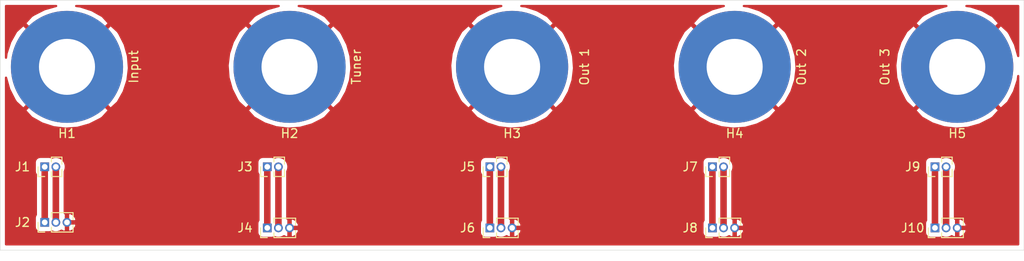
<source format=kicad_pcb>
(kicad_pcb (version 20171130) (host pcbnew "(5.1.0-0)")

  (general
    (thickness 1.6)
    (drawings 4)
    (tracks 10)
    (zones 0)
    (modules 15)
    (nets 12)
  )

  (page A4)
  (layers
    (0 F.Cu signal)
    (31 B.Cu signal)
    (32 B.Adhes user)
    (33 F.Adhes user)
    (34 B.Paste user)
    (35 F.Paste user)
    (36 B.SilkS user)
    (37 F.SilkS user)
    (38 B.Mask user)
    (39 F.Mask user)
    (40 Dwgs.User user)
    (41 Cmts.User user)
    (42 Eco1.User user)
    (43 Eco2.User user)
    (44 Edge.Cuts user)
    (45 Margin user)
    (46 B.CrtYd user)
    (47 F.CrtYd user)
    (48 B.Fab user)
    (49 F.Fab user)
  )

  (setup
    (last_trace_width 0.75)
    (user_trace_width 0.75)
    (trace_clearance 0.2)
    (zone_clearance 0.508)
    (zone_45_only no)
    (trace_min 0.2)
    (via_size 0.8)
    (via_drill 0.4)
    (via_min_size 0.4)
    (via_min_drill 0.3)
    (uvia_size 0.3)
    (uvia_drill 0.1)
    (uvias_allowed no)
    (uvia_min_size 0.2)
    (uvia_min_drill 0.1)
    (edge_width 0.05)
    (segment_width 0.2)
    (pcb_text_width 0.3)
    (pcb_text_size 1.5 1.5)
    (mod_edge_width 0.12)
    (mod_text_size 1 1)
    (mod_text_width 0.15)
    (pad_size 1.524 1.524)
    (pad_drill 0.762)
    (pad_to_mask_clearance 0.051)
    (solder_mask_min_width 0.25)
    (aux_axis_origin 0 0)
    (visible_elements FFFFFF7F)
    (pcbplotparams
      (layerselection 0x010fc_ffffffff)
      (usegerberextensions false)
      (usegerberattributes false)
      (usegerberadvancedattributes false)
      (creategerberjobfile false)
      (excludeedgelayer true)
      (linewidth 0.100000)
      (plotframeref false)
      (viasonmask false)
      (mode 1)
      (useauxorigin false)
      (hpglpennumber 1)
      (hpglpenspeed 20)
      (hpglpendiameter 15.000000)
      (psnegative false)
      (psa4output false)
      (plotreference true)
      (plotvalue true)
      (plotinvisibletext false)
      (padsonsilk false)
      (subtractmaskfromsilk false)
      (outputformat 1)
      (mirror false)
      (drillshape 0)
      (scaleselection 1)
      (outputdirectory "gerbers/"))
  )

  (net 0 "")
  (net 1 GND)
  (net 2 "Net-(J1-Pad2)")
  (net 3 "Net-(J1-Pad1)")
  (net 4 "Net-(J3-Pad2)")
  (net 5 "Net-(J3-Pad1)")
  (net 6 "Net-(J5-Pad2)")
  (net 7 "Net-(J5-Pad1)")
  (net 8 "Net-(J7-Pad2)")
  (net 9 "Net-(J7-Pad1)")
  (net 10 "Net-(J10-Pad2)")
  (net 11 "Net-(J10-Pad1)")

  (net_class Default "This is the default net class."
    (clearance 0.2)
    (trace_width 0.25)
    (via_dia 0.8)
    (via_drill 0.4)
    (uvia_dia 0.3)
    (uvia_drill 0.1)
    (add_net GND)
    (add_net "Net-(J1-Pad1)")
    (add_net "Net-(J1-Pad2)")
    (add_net "Net-(J10-Pad1)")
    (add_net "Net-(J10-Pad2)")
    (add_net "Net-(J3-Pad1)")
    (add_net "Net-(J3-Pad2)")
    (add_net "Net-(J5-Pad1)")
    (add_net "Net-(J5-Pad2)")
    (add_net "Net-(J7-Pad1)")
    (add_net "Net-(J7-Pad2)")
  )

  (module Connector_PinHeader_1.27mm:PinHeader_1x03_P1.27mm_Vertical (layer F.Cu) (tedit 59FED6E3) (tstamp 5C8F5F7F)
    (at 200.66 120.015 90)
    (descr "Through hole straight pin header, 1x03, 1.27mm pitch, single row")
    (tags "Through hole pin header THT 1x03 1.27mm single row")
    (path /5C90DB58)
    (fp_text reference J10 (at 0 -2.54 180) (layer F.SilkS)
      (effects (font (size 1 1) (thickness 0.15)))
    )
    (fp_text value "Out 3" (at 0 6.35 90) (layer F.Fab)
      (effects (font (size 1 1) (thickness 0.15)))
    )
    (fp_text user %R (at -2.96 1.27 180) (layer F.Fab)
      (effects (font (size 1 1) (thickness 0.15)))
    )
    (fp_line (start 1.55 -1.15) (end -1.55 -1.15) (layer F.CrtYd) (width 0.05))
    (fp_line (start 1.55 3.7) (end 1.55 -1.15) (layer F.CrtYd) (width 0.05))
    (fp_line (start -1.55 3.7) (end 1.55 3.7) (layer F.CrtYd) (width 0.05))
    (fp_line (start -1.55 -1.15) (end -1.55 3.7) (layer F.CrtYd) (width 0.05))
    (fp_line (start -1.11 -0.76) (end 0 -0.76) (layer F.SilkS) (width 0.12))
    (fp_line (start -1.11 0) (end -1.11 -0.76) (layer F.SilkS) (width 0.12))
    (fp_line (start 0.563471 0.76) (end 1.11 0.76) (layer F.SilkS) (width 0.12))
    (fp_line (start -1.11 0.76) (end -0.563471 0.76) (layer F.SilkS) (width 0.12))
    (fp_line (start 1.11 0.76) (end 1.11 3.235) (layer F.SilkS) (width 0.12))
    (fp_line (start -1.11 0.76) (end -1.11 3.235) (layer F.SilkS) (width 0.12))
    (fp_line (start 0.30753 3.235) (end 1.11 3.235) (layer F.SilkS) (width 0.12))
    (fp_line (start -1.11 3.235) (end -0.30753 3.235) (layer F.SilkS) (width 0.12))
    (fp_line (start -1.05 -0.11) (end -0.525 -0.635) (layer F.Fab) (width 0.1))
    (fp_line (start -1.05 3.175) (end -1.05 -0.11) (layer F.Fab) (width 0.1))
    (fp_line (start 1.05 3.175) (end -1.05 3.175) (layer F.Fab) (width 0.1))
    (fp_line (start 1.05 -0.635) (end 1.05 3.175) (layer F.Fab) (width 0.1))
    (fp_line (start -0.525 -0.635) (end 1.05 -0.635) (layer F.Fab) (width 0.1))
    (pad 3 thru_hole oval (at 0 2.54 90) (size 1 1) (drill 0.65) (layers *.Cu *.Mask)
      (net 1 GND))
    (pad 2 thru_hole oval (at 0 1.27 90) (size 1 1) (drill 0.65) (layers *.Cu *.Mask)
      (net 10 "Net-(J10-Pad2)"))
    (pad 1 thru_hole rect (at 0 0 90) (size 1 1) (drill 0.65) (layers *.Cu *.Mask)
      (net 11 "Net-(J10-Pad1)"))
    (model ${KISYS3DMOD}/Connector_PinHeader_1.27mm.3dshapes/PinHeader_1x03_P1.27mm_Vertical.wrl
      (at (xyz 0 0 0))
      (scale (xyz 1 1 1))
      (rotate (xyz 0 0 0))
    )
  )

  (module MountingHole:MountingHole_6.4mm_M6_Pad (layer F.Cu) (tedit 56D1B4CB) (tstamp 5C8F61FE)
    (at 177.8 101.6)
    (descr "Mounting Hole 6.4mm, M6")
    (tags "mounting hole 6.4mm m6")
    (path /5C8F1B90)
    (attr virtual)
    (fp_text reference H4 (at 0 7.62) (layer F.SilkS)
      (effects (font (size 1 1) (thickness 0.15)))
    )
    (fp_text value "Out 2" (at 7.62 0 90) (layer F.SilkS)
      (effects (font (size 1 1) (thickness 0.15)))
    )
    (fp_circle (center 0 0) (end 6.65 0) (layer F.CrtYd) (width 0.05))
    (fp_circle (center 0 0) (end 6.4 0) (layer Cmts.User) (width 0.15))
    (fp_text user %R (at 0.3 0) (layer F.Fab)
      (effects (font (size 1 1) (thickness 0.15)))
    )
    (pad 1 thru_hole circle (at 0 0) (size 12.8 12.8) (drill 6.4) (layers *.Cu *.Mask)
      (net 1 GND))
  )

  (module MountingHole:MountingHole_6.4mm_M6_Pad (layer F.Cu) (tedit 56D1B4CB) (tstamp 5C8F61F6)
    (at 152.4 101.6)
    (descr "Mounting Hole 6.4mm, M6")
    (tags "mounting hole 6.4mm m6")
    (path /5C8F1587)
    (attr virtual)
    (fp_text reference H3 (at 0 7.62) (layer F.SilkS)
      (effects (font (size 1 1) (thickness 0.15)))
    )
    (fp_text value "Out 1" (at 8.255 0 90) (layer F.SilkS)
      (effects (font (size 1 1) (thickness 0.15)))
    )
    (fp_circle (center 0 0) (end 6.65 0) (layer F.CrtYd) (width 0.05))
    (fp_circle (center 0 0) (end 6.4 0) (layer Cmts.User) (width 0.15))
    (fp_text user %R (at 0.3 0) (layer F.Fab)
      (effects (font (size 1 1) (thickness 0.15)))
    )
    (pad 1 thru_hole circle (at 0 0) (size 12.8 12.8) (drill 6.4) (layers *.Cu *.Mask)
      (net 1 GND))
  )

  (module MountingHole:MountingHole_6.4mm_M6_Pad (layer F.Cu) (tedit 56D1B4CB) (tstamp 5C8F61EE)
    (at 127 101.6)
    (descr "Mounting Hole 6.4mm, M6")
    (tags "mounting hole 6.4mm m6")
    (path /5C8F0DB6)
    (attr virtual)
    (fp_text reference H2 (at 0 7.62) (layer F.SilkS)
      (effects (font (size 1 1) (thickness 0.15)))
    )
    (fp_text value Tuner (at 7.62 0 90) (layer F.SilkS)
      (effects (font (size 1 1) (thickness 0.15)))
    )
    (fp_circle (center 0 0) (end 6.65 0) (layer F.CrtYd) (width 0.05))
    (fp_circle (center 0 0) (end 6.4 0) (layer Cmts.User) (width 0.15))
    (fp_text user %R (at 0.3 0) (layer F.Fab)
      (effects (font (size 1 1) (thickness 0.15)))
    )
    (pad 1 thru_hole circle (at 0 0) (size 12.8 12.8) (drill 6.4) (layers *.Cu *.Mask)
      (net 1 GND))
  )

  (module MountingHole:MountingHole_6.4mm_M6_Pad (layer F.Cu) (tedit 56D1B4CB) (tstamp 5C8F61E6)
    (at 101.6 101.6)
    (descr "Mounting Hole 6.4mm, M6")
    (tags "mounting hole 6.4mm m6")
    (path /5C8F0BA1)
    (attr virtual)
    (fp_text reference H1 (at 0 7.62) (layer F.SilkS)
      (effects (font (size 1 1) (thickness 0.15)))
    )
    (fp_text value Input (at 7.62 0 90) (layer F.SilkS)
      (effects (font (size 1 1) (thickness 0.15)))
    )
    (fp_circle (center 0 0) (end 6.65 0) (layer F.CrtYd) (width 0.05))
    (fp_circle (center 0 0) (end 6.4 0) (layer Cmts.User) (width 0.15))
    (fp_text user %R (at 0.3 0) (layer F.Fab)
      (effects (font (size 1 1) (thickness 0.15)))
    )
    (pad 1 thru_hole circle (at 0 0) (size 12.8 12.8) (drill 6.4) (layers *.Cu *.Mask)
      (net 1 GND))
  )

  (module Connector_PinHeader_1.27mm:PinHeader_1x02_P1.27mm_Vertical (layer F.Cu) (tedit 59FED6E3) (tstamp 5C8F5F66)
    (at 200.66 113.03 90)
    (descr "Through hole straight pin header, 1x02, 1.27mm pitch, single row")
    (tags "Through hole pin header THT 1x02 1.27mm single row")
    (path /5C90E31A)
    (fp_text reference J9 (at 0 -2.54 180) (layer F.SilkS)
      (effects (font (size 1 1) (thickness 0.15)))
    )
    (fp_text value Conn_01x02 (at -3.81 1.27 180) (layer F.Fab)
      (effects (font (size 1 1) (thickness 0.15)))
    )
    (fp_text user %R (at 0 0.635 270) (layer F.Fab)
      (effects (font (size 1 1) (thickness 0.15)))
    )
    (fp_line (start 1.55 -1.15) (end -1.55 -1.15) (layer F.CrtYd) (width 0.05))
    (fp_line (start 1.55 2.45) (end 1.55 -1.15) (layer F.CrtYd) (width 0.05))
    (fp_line (start -1.55 2.45) (end 1.55 2.45) (layer F.CrtYd) (width 0.05))
    (fp_line (start -1.55 -1.15) (end -1.55 2.45) (layer F.CrtYd) (width 0.05))
    (fp_line (start -1.11 -0.76) (end 0 -0.76) (layer F.SilkS) (width 0.12))
    (fp_line (start -1.11 0) (end -1.11 -0.76) (layer F.SilkS) (width 0.12))
    (fp_line (start 0.563471 0.76) (end 1.11 0.76) (layer F.SilkS) (width 0.12))
    (fp_line (start -1.11 0.76) (end -0.563471 0.76) (layer F.SilkS) (width 0.12))
    (fp_line (start 1.11 0.76) (end 1.11 1.965) (layer F.SilkS) (width 0.12))
    (fp_line (start -1.11 0.76) (end -1.11 1.965) (layer F.SilkS) (width 0.12))
    (fp_line (start 0.30753 1.965) (end 1.11 1.965) (layer F.SilkS) (width 0.12))
    (fp_line (start -1.11 1.965) (end -0.30753 1.965) (layer F.SilkS) (width 0.12))
    (fp_line (start -1.05 -0.11) (end -0.525 -0.635) (layer F.Fab) (width 0.1))
    (fp_line (start -1.05 1.905) (end -1.05 -0.11) (layer F.Fab) (width 0.1))
    (fp_line (start 1.05 1.905) (end -1.05 1.905) (layer F.Fab) (width 0.1))
    (fp_line (start 1.05 -0.635) (end 1.05 1.905) (layer F.Fab) (width 0.1))
    (fp_line (start -0.525 -0.635) (end 1.05 -0.635) (layer F.Fab) (width 0.1))
    (pad 2 thru_hole oval (at 0 1.27 90) (size 1 1) (drill 0.65) (layers *.Cu *.Mask)
      (net 10 "Net-(J10-Pad2)"))
    (pad 1 thru_hole rect (at 0 0 90) (size 1 1) (drill 0.65) (layers *.Cu *.Mask)
      (net 11 "Net-(J10-Pad1)"))
    (model ${KISYS3DMOD}/Connector_PinHeader_1.27mm.3dshapes/PinHeader_1x02_P1.27mm_Vertical.wrl
      (at (xyz 0 0 0))
      (scale (xyz 1 1 1))
      (rotate (xyz 0 0 0))
    )
  )

  (module MountingHole:MountingHole_6.4mm_M6_Pad (layer F.Cu) (tedit 56D1B4CB) (tstamp 5C8F5E36)
    (at 203.2 101.6)
    (descr "Mounting Hole 6.4mm, M6")
    (tags "mounting hole 6.4mm m6")
    (path /5C90C6BD)
    (attr virtual)
    (fp_text reference H5 (at 0 7.62) (layer F.SilkS)
      (effects (font (size 1 1) (thickness 0.15)))
    )
    (fp_text value "Out 3" (at -8.255 0 270) (layer F.SilkS)
      (effects (font (size 1 1) (thickness 0.15)))
    )
    (fp_circle (center 0 0) (end 6.65 0) (layer F.CrtYd) (width 0.05))
    (fp_circle (center 0 0) (end 6.4 0) (layer Cmts.User) (width 0.15))
    (fp_text user %R (at 0.3 0) (layer F.Fab)
      (effects (font (size 1 1) (thickness 0.15)))
    )
    (pad 1 thru_hole circle (at 0 0) (size 12.8 12.8) (drill 6.4) (layers *.Cu *.Mask)
      (net 1 GND))
  )

  (module Connector_PinHeader_1.27mm:PinHeader_1x03_P1.27mm_Vertical (layer F.Cu) (tedit 59FED6E3) (tstamp 5C8F531F)
    (at 175.26 120.015 90)
    (descr "Through hole straight pin header, 1x03, 1.27mm pitch, single row")
    (tags "Through hole pin header THT 1x03 1.27mm single row")
    (path /5C8F5190)
    (fp_text reference J8 (at 0 -2.54 180) (layer F.SilkS)
      (effects (font (size 1 1) (thickness 0.15)))
    )
    (fp_text value "Out 2" (at 0 6.35 180) (layer F.Fab)
      (effects (font (size 1 1) (thickness 0.15)))
    )
    (fp_text user %R (at 0 1.27 180) (layer F.Fab)
      (effects (font (size 1 1) (thickness 0.15)))
    )
    (fp_line (start 1.55 -1.15) (end -1.55 -1.15) (layer F.CrtYd) (width 0.05))
    (fp_line (start 1.55 3.7) (end 1.55 -1.15) (layer F.CrtYd) (width 0.05))
    (fp_line (start -1.55 3.7) (end 1.55 3.7) (layer F.CrtYd) (width 0.05))
    (fp_line (start -1.55 -1.15) (end -1.55 3.7) (layer F.CrtYd) (width 0.05))
    (fp_line (start -1.11 -0.76) (end 0 -0.76) (layer F.SilkS) (width 0.12))
    (fp_line (start -1.11 0) (end -1.11 -0.76) (layer F.SilkS) (width 0.12))
    (fp_line (start 0.563471 0.76) (end 1.11 0.76) (layer F.SilkS) (width 0.12))
    (fp_line (start -1.11 0.76) (end -0.563471 0.76) (layer F.SilkS) (width 0.12))
    (fp_line (start 1.11 0.76) (end 1.11 3.235) (layer F.SilkS) (width 0.12))
    (fp_line (start -1.11 0.76) (end -1.11 3.235) (layer F.SilkS) (width 0.12))
    (fp_line (start 0.30753 3.235) (end 1.11 3.235) (layer F.SilkS) (width 0.12))
    (fp_line (start -1.11 3.235) (end -0.30753 3.235) (layer F.SilkS) (width 0.12))
    (fp_line (start -1.05 -0.11) (end -0.525 -0.635) (layer F.Fab) (width 0.1))
    (fp_line (start -1.05 3.175) (end -1.05 -0.11) (layer F.Fab) (width 0.1))
    (fp_line (start 1.05 3.175) (end -1.05 3.175) (layer F.Fab) (width 0.1))
    (fp_line (start 1.05 -0.635) (end 1.05 3.175) (layer F.Fab) (width 0.1))
    (fp_line (start -0.525 -0.635) (end 1.05 -0.635) (layer F.Fab) (width 0.1))
    (pad 3 thru_hole oval (at 0 2.54 90) (size 1 1) (drill 0.65) (layers *.Cu *.Mask)
      (net 1 GND))
    (pad 2 thru_hole oval (at 0 1.27 90) (size 1 1) (drill 0.65) (layers *.Cu *.Mask)
      (net 8 "Net-(J7-Pad2)"))
    (pad 1 thru_hole rect (at 0 0 90) (size 1 1) (drill 0.65) (layers *.Cu *.Mask)
      (net 9 "Net-(J7-Pad1)"))
    (model ${KISYS3DMOD}/Connector_PinHeader_1.27mm.3dshapes/PinHeader_1x03_P1.27mm_Vertical.wrl
      (at (xyz 0 0 0))
      (scale (xyz 1 1 1))
      (rotate (xyz 0 0 0))
    )
  )

  (module Connector_PinHeader_1.27mm:PinHeader_1x02_P1.27mm_Vertical (layer F.Cu) (tedit 59FED6E3) (tstamp 5C8F54CA)
    (at 175.26 113.03 90)
    (descr "Through hole straight pin header, 1x02, 1.27mm pitch, single row")
    (tags "Through hole pin header THT 1x02 1.27mm single row")
    (path /5C8FC1EE)
    (fp_text reference J7 (at 0 -2.54 180) (layer F.SilkS)
      (effects (font (size 1 1) (thickness 0.15)))
    )
    (fp_text value Conn_01x02 (at -5.08 0.635 180) (layer F.Fab) hide
      (effects (font (size 1 1) (thickness 0.15)))
    )
    (fp_text user %R (at 0 0.635 270) (layer F.Fab)
      (effects (font (size 1 1) (thickness 0.15)))
    )
    (fp_line (start 1.55 -1.15) (end -1.55 -1.15) (layer F.CrtYd) (width 0.05))
    (fp_line (start 1.55 2.45) (end 1.55 -1.15) (layer F.CrtYd) (width 0.05))
    (fp_line (start -1.55 2.45) (end 1.55 2.45) (layer F.CrtYd) (width 0.05))
    (fp_line (start -1.55 -1.15) (end -1.55 2.45) (layer F.CrtYd) (width 0.05))
    (fp_line (start -1.11 -0.76) (end 0 -0.76) (layer F.SilkS) (width 0.12))
    (fp_line (start -1.11 0) (end -1.11 -0.76) (layer F.SilkS) (width 0.12))
    (fp_line (start 0.563471 0.76) (end 1.11 0.76) (layer F.SilkS) (width 0.12))
    (fp_line (start -1.11 0.76) (end -0.563471 0.76) (layer F.SilkS) (width 0.12))
    (fp_line (start 1.11 0.76) (end 1.11 1.965) (layer F.SilkS) (width 0.12))
    (fp_line (start -1.11 0.76) (end -1.11 1.965) (layer F.SilkS) (width 0.12))
    (fp_line (start 0.30753 1.965) (end 1.11 1.965) (layer F.SilkS) (width 0.12))
    (fp_line (start -1.11 1.965) (end -0.30753 1.965) (layer F.SilkS) (width 0.12))
    (fp_line (start -1.05 -0.11) (end -0.525 -0.635) (layer F.Fab) (width 0.1))
    (fp_line (start -1.05 1.905) (end -1.05 -0.11) (layer F.Fab) (width 0.1))
    (fp_line (start 1.05 1.905) (end -1.05 1.905) (layer F.Fab) (width 0.1))
    (fp_line (start 1.05 -0.635) (end 1.05 1.905) (layer F.Fab) (width 0.1))
    (fp_line (start -0.525 -0.635) (end 1.05 -0.635) (layer F.Fab) (width 0.1))
    (pad 2 thru_hole oval (at 0 1.27 90) (size 1 1) (drill 0.65) (layers *.Cu *.Mask)
      (net 8 "Net-(J7-Pad2)"))
    (pad 1 thru_hole rect (at 0 0 90) (size 1 1) (drill 0.65) (layers *.Cu *.Mask)
      (net 9 "Net-(J7-Pad1)"))
    (model ${KISYS3DMOD}/Connector_PinHeader_1.27mm.3dshapes/PinHeader_1x02_P1.27mm_Vertical.wrl
      (at (xyz 0 0 0))
      (scale (xyz 1 1 1))
      (rotate (xyz 0 0 0))
    )
  )

  (module Connector_PinHeader_1.27mm:PinHeader_1x03_P1.27mm_Vertical (layer F.Cu) (tedit 59FED6E3) (tstamp 5C8F52EE)
    (at 149.86 120.015 90)
    (descr "Through hole straight pin header, 1x03, 1.27mm pitch, single row")
    (tags "Through hole pin header THT 1x03 1.27mm single row")
    (path /5C8F4AD6)
    (fp_text reference J6 (at 0 -2.54 180) (layer F.SilkS)
      (effects (font (size 1 1) (thickness 0.15)))
    )
    (fp_text value "Out 1" (at 0 6.35 180) (layer F.Fab)
      (effects (font (size 1 1) (thickness 0.15)))
    )
    (fp_text user %R (at 0 1.27 180) (layer F.Fab)
      (effects (font (size 1 1) (thickness 0.15)))
    )
    (fp_line (start 1.55 -1.15) (end -1.55 -1.15) (layer F.CrtYd) (width 0.05))
    (fp_line (start 1.55 3.7) (end 1.55 -1.15) (layer F.CrtYd) (width 0.05))
    (fp_line (start -1.55 3.7) (end 1.55 3.7) (layer F.CrtYd) (width 0.05))
    (fp_line (start -1.55 -1.15) (end -1.55 3.7) (layer F.CrtYd) (width 0.05))
    (fp_line (start -1.11 -0.76) (end 0 -0.76) (layer F.SilkS) (width 0.12))
    (fp_line (start -1.11 0) (end -1.11 -0.76) (layer F.SilkS) (width 0.12))
    (fp_line (start 0.563471 0.76) (end 1.11 0.76) (layer F.SilkS) (width 0.12))
    (fp_line (start -1.11 0.76) (end -0.563471 0.76) (layer F.SilkS) (width 0.12))
    (fp_line (start 1.11 0.76) (end 1.11 3.235) (layer F.SilkS) (width 0.12))
    (fp_line (start -1.11 0.76) (end -1.11 3.235) (layer F.SilkS) (width 0.12))
    (fp_line (start 0.30753 3.235) (end 1.11 3.235) (layer F.SilkS) (width 0.12))
    (fp_line (start -1.11 3.235) (end -0.30753 3.235) (layer F.SilkS) (width 0.12))
    (fp_line (start -1.05 -0.11) (end -0.525 -0.635) (layer F.Fab) (width 0.1))
    (fp_line (start -1.05 3.175) (end -1.05 -0.11) (layer F.Fab) (width 0.1))
    (fp_line (start 1.05 3.175) (end -1.05 3.175) (layer F.Fab) (width 0.1))
    (fp_line (start 1.05 -0.635) (end 1.05 3.175) (layer F.Fab) (width 0.1))
    (fp_line (start -0.525 -0.635) (end 1.05 -0.635) (layer F.Fab) (width 0.1))
    (pad 3 thru_hole oval (at 0 2.54 90) (size 1 1) (drill 0.65) (layers *.Cu *.Mask)
      (net 1 GND))
    (pad 2 thru_hole oval (at 0 1.27 90) (size 1 1) (drill 0.65) (layers *.Cu *.Mask)
      (net 6 "Net-(J5-Pad2)"))
    (pad 1 thru_hole rect (at 0 0 90) (size 1 1) (drill 0.65) (layers *.Cu *.Mask)
      (net 7 "Net-(J5-Pad1)"))
    (model ${KISYS3DMOD}/Connector_PinHeader_1.27mm.3dshapes/PinHeader_1x03_P1.27mm_Vertical.wrl
      (at (xyz 0 0 0))
      (scale (xyz 1 1 1))
      (rotate (xyz 0 0 0))
    )
  )

  (module Connector_PinHeader_1.27mm:PinHeader_1x02_P1.27mm_Vertical (layer F.Cu) (tedit 59FED6E3) (tstamp 5C8F52D5)
    (at 149.86 113.03 90)
    (descr "Through hole straight pin header, 1x02, 1.27mm pitch, single row")
    (tags "Through hole pin header THT 1x02 1.27mm single row")
    (path /5C8FBE7D)
    (fp_text reference J5 (at 0 -2.54 180) (layer F.SilkS)
      (effects (font (size 1 1) (thickness 0.15)))
    )
    (fp_text value Conn_01x02 (at -3.81 0 180) (layer F.Fab) hide
      (effects (font (size 1 1) (thickness 0.15)))
    )
    (fp_text user %R (at 0 0.635 180) (layer F.Fab)
      (effects (font (size 1 1) (thickness 0.15)))
    )
    (fp_line (start 1.55 -1.15) (end -1.55 -1.15) (layer F.CrtYd) (width 0.05))
    (fp_line (start 1.55 2.45) (end 1.55 -1.15) (layer F.CrtYd) (width 0.05))
    (fp_line (start -1.55 2.45) (end 1.55 2.45) (layer F.CrtYd) (width 0.05))
    (fp_line (start -1.55 -1.15) (end -1.55 2.45) (layer F.CrtYd) (width 0.05))
    (fp_line (start -1.11 -0.76) (end 0 -0.76) (layer F.SilkS) (width 0.12))
    (fp_line (start -1.11 0) (end -1.11 -0.76) (layer F.SilkS) (width 0.12))
    (fp_line (start 0.563471 0.76) (end 1.11 0.76) (layer F.SilkS) (width 0.12))
    (fp_line (start -1.11 0.76) (end -0.563471 0.76) (layer F.SilkS) (width 0.12))
    (fp_line (start 1.11 0.76) (end 1.11 1.965) (layer F.SilkS) (width 0.12))
    (fp_line (start -1.11 0.76) (end -1.11 1.965) (layer F.SilkS) (width 0.12))
    (fp_line (start 0.30753 1.965) (end 1.11 1.965) (layer F.SilkS) (width 0.12))
    (fp_line (start -1.11 1.965) (end -0.30753 1.965) (layer F.SilkS) (width 0.12))
    (fp_line (start -1.05 -0.11) (end -0.525 -0.635) (layer F.Fab) (width 0.1))
    (fp_line (start -1.05 1.905) (end -1.05 -0.11) (layer F.Fab) (width 0.1))
    (fp_line (start 1.05 1.905) (end -1.05 1.905) (layer F.Fab) (width 0.1))
    (fp_line (start 1.05 -0.635) (end 1.05 1.905) (layer F.Fab) (width 0.1))
    (fp_line (start -0.525 -0.635) (end 1.05 -0.635) (layer F.Fab) (width 0.1))
    (pad 2 thru_hole oval (at 0 1.27 90) (size 1 1) (drill 0.65) (layers *.Cu *.Mask)
      (net 6 "Net-(J5-Pad2)"))
    (pad 1 thru_hole rect (at 0 0 90) (size 1 1) (drill 0.65) (layers *.Cu *.Mask)
      (net 7 "Net-(J5-Pad1)"))
    (model ${KISYS3DMOD}/Connector_PinHeader_1.27mm.3dshapes/PinHeader_1x02_P1.27mm_Vertical.wrl
      (at (xyz 0 0 0))
      (scale (xyz 1 1 1))
      (rotate (xyz 0 0 0))
    )
  )

  (module Connector_PinHeader_1.27mm:PinHeader_1x03_P1.27mm_Vertical (layer F.Cu) (tedit 59FED6E3) (tstamp 5C8F52BD)
    (at 124.46 120.015 90)
    (descr "Through hole straight pin header, 1x03, 1.27mm pitch, single row")
    (tags "Through hole pin header THT 1x03 1.27mm single row")
    (path /5C8F420C)
    (fp_text reference J4 (at 0 -2.54 180) (layer F.SilkS)
      (effects (font (size 1 1) (thickness 0.15)))
    )
    (fp_text value Tuner (at 0 6.35 180) (layer F.Fab)
      (effects (font (size 1 1) (thickness 0.15)))
    )
    (fp_text user %R (at 0 -2.54 180) (layer F.Fab)
      (effects (font (size 1 1) (thickness 0.15)))
    )
    (fp_line (start 1.55 -1.15) (end -1.55 -1.15) (layer F.CrtYd) (width 0.05))
    (fp_line (start 1.55 3.7) (end 1.55 -1.15) (layer F.CrtYd) (width 0.05))
    (fp_line (start -1.55 3.7) (end 1.55 3.7) (layer F.CrtYd) (width 0.05))
    (fp_line (start -1.55 -1.15) (end -1.55 3.7) (layer F.CrtYd) (width 0.05))
    (fp_line (start -1.11 -0.76) (end 0 -0.76) (layer F.SilkS) (width 0.12))
    (fp_line (start -1.11 0) (end -1.11 -0.76) (layer F.SilkS) (width 0.12))
    (fp_line (start 0.563471 0.76) (end 1.11 0.76) (layer F.SilkS) (width 0.12))
    (fp_line (start -1.11 0.76) (end -0.563471 0.76) (layer F.SilkS) (width 0.12))
    (fp_line (start 1.11 0.76) (end 1.11 3.235) (layer F.SilkS) (width 0.12))
    (fp_line (start -1.11 0.76) (end -1.11 3.235) (layer F.SilkS) (width 0.12))
    (fp_line (start 0.30753 3.235) (end 1.11 3.235) (layer F.SilkS) (width 0.12))
    (fp_line (start -1.11 3.235) (end -0.30753 3.235) (layer F.SilkS) (width 0.12))
    (fp_line (start -1.05 -0.11) (end -0.525 -0.635) (layer F.Fab) (width 0.1))
    (fp_line (start -1.05 3.175) (end -1.05 -0.11) (layer F.Fab) (width 0.1))
    (fp_line (start 1.05 3.175) (end -1.05 3.175) (layer F.Fab) (width 0.1))
    (fp_line (start 1.05 -0.635) (end 1.05 3.175) (layer F.Fab) (width 0.1))
    (fp_line (start -0.525 -0.635) (end 1.05 -0.635) (layer F.Fab) (width 0.1))
    (pad 3 thru_hole oval (at 0 2.54 90) (size 1 1) (drill 0.65) (layers *.Cu *.Mask)
      (net 1 GND))
    (pad 2 thru_hole oval (at 0 1.27 90) (size 1 1) (drill 0.65) (layers *.Cu *.Mask)
      (net 4 "Net-(J3-Pad2)"))
    (pad 1 thru_hole rect (at 0 0 90) (size 1 1) (drill 0.65) (layers *.Cu *.Mask)
      (net 5 "Net-(J3-Pad1)"))
    (model ${KISYS3DMOD}/Connector_PinHeader_1.27mm.3dshapes/PinHeader_1x03_P1.27mm_Vertical.wrl
      (at (xyz 0 0 0))
      (scale (xyz 1 1 1))
      (rotate (xyz 0 0 0))
    )
  )

  (module Connector_PinHeader_1.27mm:PinHeader_1x02_P1.27mm_Vertical (layer F.Cu) (tedit 59FED6E3) (tstamp 5C8F52A4)
    (at 124.46 113.03 90)
    (descr "Through hole straight pin header, 1x02, 1.27mm pitch, single row")
    (tags "Through hole pin header THT 1x02 1.27mm single row")
    (path /5C8FB92F)
    (fp_text reference J3 (at 0 -2.54 180) (layer F.SilkS)
      (effects (font (size 1 1) (thickness 0.15)))
    )
    (fp_text value Conn_01x02 (at -3.81 0 180) (layer F.Fab) hide
      (effects (font (size 1 1) (thickness 0.15)))
    )
    (fp_text user %R (at 0 0.635 270) (layer F.Fab)
      (effects (font (size 1 1) (thickness 0.15)))
    )
    (fp_line (start 1.55 -1.15) (end -1.55 -1.15) (layer F.CrtYd) (width 0.05))
    (fp_line (start 1.55 2.45) (end 1.55 -1.15) (layer F.CrtYd) (width 0.05))
    (fp_line (start -1.55 2.45) (end 1.55 2.45) (layer F.CrtYd) (width 0.05))
    (fp_line (start -1.55 -1.15) (end -1.55 2.45) (layer F.CrtYd) (width 0.05))
    (fp_line (start -1.11 -0.76) (end 0 -0.76) (layer F.SilkS) (width 0.12))
    (fp_line (start -1.11 0) (end -1.11 -0.76) (layer F.SilkS) (width 0.12))
    (fp_line (start 0.563471 0.76) (end 1.11 0.76) (layer F.SilkS) (width 0.12))
    (fp_line (start -1.11 0.76) (end -0.563471 0.76) (layer F.SilkS) (width 0.12))
    (fp_line (start 1.11 0.76) (end 1.11 1.965) (layer F.SilkS) (width 0.12))
    (fp_line (start -1.11 0.76) (end -1.11 1.965) (layer F.SilkS) (width 0.12))
    (fp_line (start 0.30753 1.965) (end 1.11 1.965) (layer F.SilkS) (width 0.12))
    (fp_line (start -1.11 1.965) (end -0.30753 1.965) (layer F.SilkS) (width 0.12))
    (fp_line (start -1.05 -0.11) (end -0.525 -0.635) (layer F.Fab) (width 0.1))
    (fp_line (start -1.05 1.905) (end -1.05 -0.11) (layer F.Fab) (width 0.1))
    (fp_line (start 1.05 1.905) (end -1.05 1.905) (layer F.Fab) (width 0.1))
    (fp_line (start 1.05 -0.635) (end 1.05 1.905) (layer F.Fab) (width 0.1))
    (fp_line (start -0.525 -0.635) (end 1.05 -0.635) (layer F.Fab) (width 0.1))
    (pad 2 thru_hole oval (at 0 1.27 90) (size 1 1) (drill 0.65) (layers *.Cu *.Mask)
      (net 4 "Net-(J3-Pad2)"))
    (pad 1 thru_hole rect (at 0 0 90) (size 1 1) (drill 0.65) (layers *.Cu *.Mask)
      (net 5 "Net-(J3-Pad1)"))
    (model ${KISYS3DMOD}/Connector_PinHeader_1.27mm.3dshapes/PinHeader_1x02_P1.27mm_Vertical.wrl
      (at (xyz 0 0 0))
      (scale (xyz 1 1 1))
      (rotate (xyz 0 0 0))
    )
  )

  (module Connector_PinHeader_1.27mm:PinHeader_1x03_P1.27mm_Vertical (layer F.Cu) (tedit 59FED6E3) (tstamp 5C8F528C)
    (at 99.06 119.38 90)
    (descr "Through hole straight pin header, 1x03, 1.27mm pitch, single row")
    (tags "Through hole pin header THT 1x03 1.27mm single row")
    (path /5C8F32FE)
    (fp_text reference J2 (at 0 -2.54 180) (layer F.SilkS)
      (effects (font (size 1 1) (thickness 0.15)))
    )
    (fp_text value In (at 0 5.08 180) (layer F.Fab)
      (effects (font (size 1 1) (thickness 0.15)))
    )
    (fp_text user %R (at 2.54 1.27 180) (layer F.Fab)
      (effects (font (size 1 1) (thickness 0.15)))
    )
    (fp_line (start 1.55 -1.15) (end -1.55 -1.15) (layer F.CrtYd) (width 0.05))
    (fp_line (start 1.55 3.7) (end 1.55 -1.15) (layer F.CrtYd) (width 0.05))
    (fp_line (start -1.55 3.7) (end 1.55 3.7) (layer F.CrtYd) (width 0.05))
    (fp_line (start -1.55 -1.15) (end -1.55 3.7) (layer F.CrtYd) (width 0.05))
    (fp_line (start -1.11 -0.76) (end 0 -0.76) (layer F.SilkS) (width 0.12))
    (fp_line (start -1.11 0) (end -1.11 -0.76) (layer F.SilkS) (width 0.12))
    (fp_line (start 0.563471 0.76) (end 1.11 0.76) (layer F.SilkS) (width 0.12))
    (fp_line (start -1.11 0.76) (end -0.563471 0.76) (layer F.SilkS) (width 0.12))
    (fp_line (start 1.11 0.76) (end 1.11 3.235) (layer F.SilkS) (width 0.12))
    (fp_line (start -1.11 0.76) (end -1.11 3.235) (layer F.SilkS) (width 0.12))
    (fp_line (start 0.30753 3.235) (end 1.11 3.235) (layer F.SilkS) (width 0.12))
    (fp_line (start -1.11 3.235) (end -0.30753 3.235) (layer F.SilkS) (width 0.12))
    (fp_line (start -1.05 -0.11) (end -0.525 -0.635) (layer F.Fab) (width 0.1))
    (fp_line (start -1.05 3.175) (end -1.05 -0.11) (layer F.Fab) (width 0.1))
    (fp_line (start 1.05 3.175) (end -1.05 3.175) (layer F.Fab) (width 0.1))
    (fp_line (start 1.05 -0.635) (end 1.05 3.175) (layer F.Fab) (width 0.1))
    (fp_line (start -0.525 -0.635) (end 1.05 -0.635) (layer F.Fab) (width 0.1))
    (pad 3 thru_hole oval (at 0 2.54 90) (size 1 1) (drill 0.65) (layers *.Cu *.Mask)
      (net 1 GND))
    (pad 2 thru_hole oval (at 0 1.27 90) (size 1 1) (drill 0.65) (layers *.Cu *.Mask)
      (net 2 "Net-(J1-Pad2)"))
    (pad 1 thru_hole rect (at 0 0 90) (size 1 1) (drill 0.65) (layers *.Cu *.Mask)
      (net 3 "Net-(J1-Pad1)"))
    (model ${KISYS3DMOD}/Connector_PinHeader_1.27mm.3dshapes/PinHeader_1x03_P1.27mm_Vertical.wrl
      (at (xyz 0 0 0))
      (scale (xyz 1 1 1))
      (rotate (xyz 0 0 0))
    )
  )

  (module Connector_PinHeader_1.27mm:PinHeader_1x02_P1.27mm_Vertical (layer F.Cu) (tedit 59FED6E3) (tstamp 5C8F5273)
    (at 99.06 113.03 90)
    (descr "Through hole straight pin header, 1x02, 1.27mm pitch, single row")
    (tags "Through hole pin header THT 1x02 1.27mm single row")
    (path /5C8F9D47)
    (fp_text reference J1 (at 0 -2.54 180) (layer F.SilkS)
      (effects (font (size 1 1) (thickness 0.15)))
    )
    (fp_text value Conn_01x02 (at -3.81 0 180) (layer F.Fab) hide
      (effects (font (size 1 1) (thickness 0.15)))
    )
    (fp_text user %R (at 0 0.635 180) (layer F.Fab)
      (effects (font (size 1 1) (thickness 0.15)))
    )
    (fp_line (start 1.55 -1.15) (end -1.55 -1.15) (layer F.CrtYd) (width 0.05))
    (fp_line (start 1.55 2.45) (end 1.55 -1.15) (layer F.CrtYd) (width 0.05))
    (fp_line (start -1.55 2.45) (end 1.55 2.45) (layer F.CrtYd) (width 0.05))
    (fp_line (start -1.55 -1.15) (end -1.55 2.45) (layer F.CrtYd) (width 0.05))
    (fp_line (start -1.11 -0.76) (end 0 -0.76) (layer F.SilkS) (width 0.12))
    (fp_line (start -1.11 0) (end -1.11 -0.76) (layer F.SilkS) (width 0.12))
    (fp_line (start 0.563471 0.76) (end 1.11 0.76) (layer F.SilkS) (width 0.12))
    (fp_line (start -1.11 0.76) (end -0.563471 0.76) (layer F.SilkS) (width 0.12))
    (fp_line (start 1.11 0.76) (end 1.11 1.965) (layer F.SilkS) (width 0.12))
    (fp_line (start -1.11 0.76) (end -1.11 1.965) (layer F.SilkS) (width 0.12))
    (fp_line (start 0.30753 1.965) (end 1.11 1.965) (layer F.SilkS) (width 0.12))
    (fp_line (start -1.11 1.965) (end -0.30753 1.965) (layer F.SilkS) (width 0.12))
    (fp_line (start -1.05 -0.11) (end -0.525 -0.635) (layer F.Fab) (width 0.1))
    (fp_line (start -1.05 1.905) (end -1.05 -0.11) (layer F.Fab) (width 0.1))
    (fp_line (start 1.05 1.905) (end -1.05 1.905) (layer F.Fab) (width 0.1))
    (fp_line (start 1.05 -0.635) (end 1.05 1.905) (layer F.Fab) (width 0.1))
    (fp_line (start -0.525 -0.635) (end 1.05 -0.635) (layer F.Fab) (width 0.1))
    (pad 2 thru_hole oval (at 0 1.27 90) (size 1 1) (drill 0.65) (layers *.Cu *.Mask)
      (net 2 "Net-(J1-Pad2)"))
    (pad 1 thru_hole rect (at 0 0 90) (size 1 1) (drill 0.65) (layers *.Cu *.Mask)
      (net 3 "Net-(J1-Pad1)"))
    (model ${KISYS3DMOD}/Connector_PinHeader_1.27mm.3dshapes/PinHeader_1x02_P1.27mm_Vertical.wrl
      (at (xyz 0 0 0))
      (scale (xyz 1 1 1))
      (rotate (xyz 0 0 0))
    )
  )

  (gr_line (start 93.98 122.555) (end 93.98 93.98) (layer Edge.Cuts) (width 0.05) (tstamp 5C8F5BB9))
  (gr_line (start 210.82 122.555) (end 93.98 122.555) (layer Edge.Cuts) (width 0.05))
  (gr_line (start 210.82 93.98) (end 210.82 122.555) (layer Edge.Cuts) (width 0.05))
  (gr_line (start 93.98 93.98) (end 210.82 93.98) (layer Edge.Cuts) (width 0.05))

  (segment (start 100.33 119.38) (end 100.33 113.03) (width 0.75) (layer F.Cu) (net 2))
  (segment (start 99.06 119.38) (end 99.06 113.03) (width 0.75) (layer F.Cu) (net 3))
  (segment (start 125.73 120.015) (end 125.73 113.03) (width 0.75) (layer F.Cu) (net 4))
  (segment (start 124.46 120.015) (end 124.46 113.03) (width 0.75) (layer F.Cu) (net 5))
  (segment (start 151.13 113.03) (end 151.13 120.015) (width 0.75) (layer F.Cu) (net 6))
  (segment (start 149.86 120.015) (end 149.86 113.03) (width 0.75) (layer F.Cu) (net 7))
  (segment (start 176.53 113.03) (end 176.53 120.015) (width 0.75) (layer F.Cu) (net 8))
  (segment (start 175.26 113.03) (end 175.26 120.015) (width 0.75) (layer F.Cu) (net 9))
  (segment (start 201.93 113.03) (end 201.93 120.015) (width 0.75) (layer F.Cu) (net 10))
  (segment (start 200.66 113.03) (end 200.66 120.015) (width 0.75) (layer F.Cu) (net 11))

  (zone (net 1) (net_name GND) (layer F.Cu) (tstamp 5C8F76AB) (hatch edge 0.508)
    (connect_pads (clearance 0.508))
    (min_thickness 0.254)
    (fill yes (arc_segments 32) (thermal_gap 0.508) (thermal_bridge_width 0.508))
    (polygon
      (pts
        (xy 93.98 93.98) (xy 210.82 93.98) (xy 210.82 122.555) (xy 93.98 122.555)
      )
    )
    (filled_polygon
      (pts
        (xy 99.034529 95.012916) (xy 97.798747 95.639983) (xy 97.548339 95.807302) (xy 96.804316 96.62471) (xy 101.6 101.420395)
        (xy 106.395684 96.62471) (xy 105.651661 95.807302) (xy 104.443711 95.128167) (xy 103.126477 94.69774) (xy 102.645507 94.64)
        (xy 125.765282 94.64) (xy 124.434529 95.012916) (xy 123.198747 95.639983) (xy 122.948339 95.807302) (xy 122.204316 96.62471)
        (xy 127 101.420395) (xy 131.795684 96.62471) (xy 131.051661 95.807302) (xy 129.843711 95.128167) (xy 128.526477 94.69774)
        (xy 128.045507 94.64) (xy 151.165282 94.64) (xy 149.834529 95.012916) (xy 148.598747 95.639983) (xy 148.348339 95.807302)
        (xy 147.604316 96.62471) (xy 152.4 101.420395) (xy 157.195684 96.62471) (xy 156.451661 95.807302) (xy 155.243711 95.128167)
        (xy 153.926477 94.69774) (xy 153.445507 94.64) (xy 176.565282 94.64) (xy 175.234529 95.012916) (xy 173.998747 95.639983)
        (xy 173.748339 95.807302) (xy 173.004316 96.62471) (xy 177.8 101.420395) (xy 182.595684 96.62471) (xy 181.851661 95.807302)
        (xy 180.643711 95.128167) (xy 179.326477 94.69774) (xy 178.845507 94.64) (xy 201.965282 94.64) (xy 200.634529 95.012916)
        (xy 199.398747 95.639983) (xy 199.148339 95.807302) (xy 198.404316 96.62471) (xy 203.2 101.420395) (xy 207.995684 96.62471)
        (xy 207.251661 95.807302) (xy 206.043711 95.128167) (xy 204.726477 94.69774) (xy 204.245507 94.64) (xy 210.16 94.64)
        (xy 210.16 100.365282) (xy 209.787084 99.034529) (xy 209.160017 97.798747) (xy 208.992698 97.548339) (xy 208.17529 96.804316)
        (xy 203.379605 101.6) (xy 208.17529 106.395684) (xy 208.992698 105.651661) (xy 209.671833 104.443711) (xy 210.10226 103.126477)
        (xy 210.16 102.645505) (xy 210.160001 121.895) (xy 94.64 121.895) (xy 94.64 112.53) (xy 97.921928 112.53)
        (xy 97.921928 113.53) (xy 97.934188 113.654482) (xy 97.970498 113.77418) (xy 98.029463 113.884494) (xy 98.050001 113.90952)
        (xy 98.05 118.500481) (xy 98.029463 118.525506) (xy 97.970498 118.63582) (xy 97.934188 118.755518) (xy 97.921928 118.88)
        (xy 97.921928 119.88) (xy 97.934188 120.004482) (xy 97.970498 120.12418) (xy 98.029463 120.234494) (xy 98.108815 120.331185)
        (xy 98.205506 120.410537) (xy 98.31582 120.469502) (xy 98.435518 120.505812) (xy 98.56 120.518072) (xy 99.56 120.518072)
        (xy 99.684482 120.505812) (xy 99.80418 120.469502) (xy 99.882379 120.427703) (xy 99.893553 120.433676) (xy 100.107501 120.498577)
        (xy 100.274248 120.515) (xy 100.385752 120.515) (xy 100.552499 120.498577) (xy 100.766447 120.433676) (xy 100.963623 120.328284)
        (xy 100.973383 120.320274) (xy 101.039794 120.367123) (xy 101.243136 120.457446) (xy 101.298126 120.474119) (xy 101.473 120.347954)
        (xy 101.473 119.507) (xy 101.727 119.507) (xy 101.727 120.347954) (xy 101.901874 120.474119) (xy 101.956864 120.457446)
        (xy 102.160206 120.367123) (xy 102.34202 120.238865) (xy 102.495318 120.077601) (xy 102.61421 119.889529) (xy 102.694126 119.681876)
        (xy 102.569129 119.507) (xy 101.727 119.507) (xy 101.473 119.507) (xy 101.457983 119.507) (xy 101.470491 119.38)
        (xy 101.457983 119.253) (xy 101.473 119.253) (xy 101.473 118.412046) (xy 101.727 118.412046) (xy 101.727 119.253)
        (xy 102.569129 119.253) (xy 102.694126 119.078124) (xy 102.61421 118.870471) (xy 102.495318 118.682399) (xy 102.34202 118.521135)
        (xy 102.160206 118.392877) (xy 101.956864 118.302554) (xy 101.901874 118.285881) (xy 101.727 118.412046) (xy 101.473 118.412046)
        (xy 101.34 118.316092) (xy 101.34 113.54816) (xy 101.383676 113.466447) (xy 101.448577 113.252499) (xy 101.470491 113.03)
        (xy 101.448577 112.807501) (xy 101.383676 112.593553) (xy 101.349707 112.53) (xy 123.321928 112.53) (xy 123.321928 113.53)
        (xy 123.334188 113.654482) (xy 123.370498 113.77418) (xy 123.429463 113.884494) (xy 123.450001 113.90952) (xy 123.45 119.135481)
        (xy 123.429463 119.160506) (xy 123.370498 119.27082) (xy 123.334188 119.390518) (xy 123.321928 119.515) (xy 123.321928 120.515)
        (xy 123.334188 120.639482) (xy 123.370498 120.75918) (xy 123.429463 120.869494) (xy 123.508815 120.966185) (xy 123.605506 121.045537)
        (xy 123.71582 121.104502) (xy 123.835518 121.140812) (xy 123.96 121.153072) (xy 124.96 121.153072) (xy 125.084482 121.140812)
        (xy 125.20418 121.104502) (xy 125.282379 121.062703) (xy 125.293553 121.068676) (xy 125.507501 121.133577) (xy 125.674248 121.15)
        (xy 125.785752 121.15) (xy 125.952499 121.133577) (xy 126.166447 121.068676) (xy 126.363623 120.963284) (xy 126.373383 120.955274)
        (xy 126.439794 121.002123) (xy 126.643136 121.092446) (xy 126.698126 121.109119) (xy 126.873 120.982954) (xy 126.873 120.142)
        (xy 127.127 120.142) (xy 127.127 120.982954) (xy 127.301874 121.109119) (xy 127.356864 121.092446) (xy 127.560206 121.002123)
        (xy 127.74202 120.873865) (xy 127.895318 120.712601) (xy 128.01421 120.524529) (xy 128.094126 120.316876) (xy 127.969129 120.142)
        (xy 127.127 120.142) (xy 126.873 120.142) (xy 126.857983 120.142) (xy 126.870491 120.015) (xy 126.857983 119.888)
        (xy 126.873 119.888) (xy 126.873 119.047046) (xy 127.127 119.047046) (xy 127.127 119.888) (xy 127.969129 119.888)
        (xy 128.094126 119.713124) (xy 128.01421 119.505471) (xy 127.895318 119.317399) (xy 127.74202 119.156135) (xy 127.560206 119.027877)
        (xy 127.356864 118.937554) (xy 127.301874 118.920881) (xy 127.127 119.047046) (xy 126.873 119.047046) (xy 126.74 118.951092)
        (xy 126.74 113.54816) (xy 126.783676 113.466447) (xy 126.848577 113.252499) (xy 126.870491 113.03) (xy 126.848577 112.807501)
        (xy 126.783676 112.593553) (xy 126.749707 112.53) (xy 148.721928 112.53) (xy 148.721928 113.53) (xy 148.734188 113.654482)
        (xy 148.770498 113.77418) (xy 148.829463 113.884494) (xy 148.850001 113.90952) (xy 148.85 119.135481) (xy 148.829463 119.160506)
        (xy 148.770498 119.27082) (xy 148.734188 119.390518) (xy 148.721928 119.515) (xy 148.721928 120.515) (xy 148.734188 120.639482)
        (xy 148.770498 120.75918) (xy 148.829463 120.869494) (xy 148.908815 120.966185) (xy 149.005506 121.045537) (xy 149.11582 121.104502)
        (xy 149.235518 121.140812) (xy 149.36 121.153072) (xy 150.36 121.153072) (xy 150.484482 121.140812) (xy 150.60418 121.104502)
        (xy 150.682379 121.062703) (xy 150.693553 121.068676) (xy 150.907501 121.133577) (xy 151.074248 121.15) (xy 151.185752 121.15)
        (xy 151.352499 121.133577) (xy 151.566447 121.068676) (xy 151.763623 120.963284) (xy 151.773383 120.955274) (xy 151.839794 121.002123)
        (xy 152.043136 121.092446) (xy 152.098126 121.109119) (xy 152.273 120.982954) (xy 152.273 120.142) (xy 152.527 120.142)
        (xy 152.527 120.982954) (xy 152.701874 121.109119) (xy 152.756864 121.092446) (xy 152.960206 121.002123) (xy 153.14202 120.873865)
        (xy 153.295318 120.712601) (xy 153.41421 120.524529) (xy 153.494126 120.316876) (xy 153.369129 120.142) (xy 152.527 120.142)
        (xy 152.273 120.142) (xy 152.257983 120.142) (xy 152.270491 120.015) (xy 152.257983 119.888) (xy 152.273 119.888)
        (xy 152.273 119.047046) (xy 152.527 119.047046) (xy 152.527 119.888) (xy 153.369129 119.888) (xy 153.494126 119.713124)
        (xy 153.41421 119.505471) (xy 153.295318 119.317399) (xy 153.14202 119.156135) (xy 152.960206 119.027877) (xy 152.756864 118.937554)
        (xy 152.701874 118.920881) (xy 152.527 119.047046) (xy 152.273 119.047046) (xy 152.14 118.951092) (xy 152.14 113.54816)
        (xy 152.183676 113.466447) (xy 152.248577 113.252499) (xy 152.270491 113.03) (xy 152.248577 112.807501) (xy 152.183676 112.593553)
        (xy 152.149707 112.53) (xy 174.121928 112.53) (xy 174.121928 113.53) (xy 174.134188 113.654482) (xy 174.170498 113.77418)
        (xy 174.229463 113.884494) (xy 174.25 113.909519) (xy 174.250001 119.13548) (xy 174.229463 119.160506) (xy 174.170498 119.27082)
        (xy 174.134188 119.390518) (xy 174.121928 119.515) (xy 174.121928 120.515) (xy 174.134188 120.639482) (xy 174.170498 120.75918)
        (xy 174.229463 120.869494) (xy 174.308815 120.966185) (xy 174.405506 121.045537) (xy 174.51582 121.104502) (xy 174.635518 121.140812)
        (xy 174.76 121.153072) (xy 175.76 121.153072) (xy 175.884482 121.140812) (xy 176.00418 121.104502) (xy 176.082379 121.062703)
        (xy 176.093553 121.068676) (xy 176.307501 121.133577) (xy 176.474248 121.15) (xy 176.585752 121.15) (xy 176.752499 121.133577)
        (xy 176.966447 121.068676) (xy 177.163623 120.963284) (xy 177.173383 120.955274) (xy 177.239794 121.002123) (xy 177.443136 121.092446)
        (xy 177.498126 121.109119) (xy 177.673 120.982954) (xy 177.673 120.142) (xy 177.927 120.142) (xy 177.927 120.982954)
        (xy 178.101874 121.109119) (xy 178.156864 121.092446) (xy 178.360206 121.002123) (xy 178.54202 120.873865) (xy 178.695318 120.712601)
        (xy 178.81421 120.524529) (xy 178.894126 120.316876) (xy 178.769129 120.142) (xy 177.927 120.142) (xy 177.673 120.142)
        (xy 177.657983 120.142) (xy 177.670491 120.015) (xy 177.657983 119.888) (xy 177.673 119.888) (xy 177.673 119.047046)
        (xy 177.927 119.047046) (xy 177.927 119.888) (xy 178.769129 119.888) (xy 178.894126 119.713124) (xy 178.81421 119.505471)
        (xy 178.695318 119.317399) (xy 178.54202 119.156135) (xy 178.360206 119.027877) (xy 178.156864 118.937554) (xy 178.101874 118.920881)
        (xy 177.927 119.047046) (xy 177.673 119.047046) (xy 177.54 118.951092) (xy 177.54 113.54816) (xy 177.583676 113.466447)
        (xy 177.648577 113.252499) (xy 177.670491 113.03) (xy 177.648577 112.807501) (xy 177.583676 112.593553) (xy 177.549707 112.53)
        (xy 199.521928 112.53) (xy 199.521928 113.53) (xy 199.534188 113.654482) (xy 199.570498 113.77418) (xy 199.629463 113.884494)
        (xy 199.65 113.909519) (xy 199.650001 119.13548) (xy 199.629463 119.160506) (xy 199.570498 119.27082) (xy 199.534188 119.390518)
        (xy 199.521928 119.515) (xy 199.521928 120.515) (xy 199.534188 120.639482) (xy 199.570498 120.75918) (xy 199.629463 120.869494)
        (xy 199.708815 120.966185) (xy 199.805506 121.045537) (xy 199.91582 121.104502) (xy 200.035518 121.140812) (xy 200.16 121.153072)
        (xy 201.16 121.153072) (xy 201.284482 121.140812) (xy 201.40418 121.104502) (xy 201.482379 121.062703) (xy 201.493553 121.068676)
        (xy 201.707501 121.133577) (xy 201.874248 121.15) (xy 201.985752 121.15) (xy 202.152499 121.133577) (xy 202.366447 121.068676)
        (xy 202.563623 120.963284) (xy 202.573383 120.955274) (xy 202.639794 121.002123) (xy 202.843136 121.092446) (xy 202.898126 121.109119)
        (xy 203.073 120.982954) (xy 203.073 120.142) (xy 203.327 120.142) (xy 203.327 120.982954) (xy 203.501874 121.109119)
        (xy 203.556864 121.092446) (xy 203.760206 121.002123) (xy 203.94202 120.873865) (xy 204.095318 120.712601) (xy 204.21421 120.524529)
        (xy 204.294126 120.316876) (xy 204.169129 120.142) (xy 203.327 120.142) (xy 203.073 120.142) (xy 203.057983 120.142)
        (xy 203.070491 120.015) (xy 203.057983 119.888) (xy 203.073 119.888) (xy 203.073 119.047046) (xy 203.327 119.047046)
        (xy 203.327 119.888) (xy 204.169129 119.888) (xy 204.294126 119.713124) (xy 204.21421 119.505471) (xy 204.095318 119.317399)
        (xy 203.94202 119.156135) (xy 203.760206 119.027877) (xy 203.556864 118.937554) (xy 203.501874 118.920881) (xy 203.327 119.047046)
        (xy 203.073 119.047046) (xy 202.94 118.951092) (xy 202.94 113.54816) (xy 202.983676 113.466447) (xy 203.048577 113.252499)
        (xy 203.070491 113.03) (xy 203.048577 112.807501) (xy 202.983676 112.593553) (xy 202.878284 112.396377) (xy 202.736449 112.223551)
        (xy 202.563623 112.081716) (xy 202.366447 111.976324) (xy 202.152499 111.911423) (xy 201.985752 111.895) (xy 201.874248 111.895)
        (xy 201.707501 111.911423) (xy 201.493553 111.976324) (xy 201.482379 111.982297) (xy 201.40418 111.940498) (xy 201.284482 111.904188)
        (xy 201.16 111.891928) (xy 200.16 111.891928) (xy 200.035518 111.904188) (xy 199.91582 111.940498) (xy 199.805506 111.999463)
        (xy 199.708815 112.078815) (xy 199.629463 112.175506) (xy 199.570498 112.28582) (xy 199.534188 112.405518) (xy 199.521928 112.53)
        (xy 177.549707 112.53) (xy 177.478284 112.396377) (xy 177.336449 112.223551) (xy 177.163623 112.081716) (xy 176.966447 111.976324)
        (xy 176.752499 111.911423) (xy 176.585752 111.895) (xy 176.474248 111.895) (xy 176.307501 111.911423) (xy 176.093553 111.976324)
        (xy 176.082379 111.982297) (xy 176.00418 111.940498) (xy 175.884482 111.904188) (xy 175.76 111.891928) (xy 174.76 111.891928)
        (xy 174.635518 111.904188) (xy 174.51582 111.940498) (xy 174.405506 111.999463) (xy 174.308815 112.078815) (xy 174.229463 112.175506)
        (xy 174.170498 112.28582) (xy 174.134188 112.405518) (xy 174.121928 112.53) (xy 152.149707 112.53) (xy 152.078284 112.396377)
        (xy 151.936449 112.223551) (xy 151.763623 112.081716) (xy 151.566447 111.976324) (xy 151.352499 111.911423) (xy 151.185752 111.895)
        (xy 151.074248 111.895) (xy 150.907501 111.911423) (xy 150.693553 111.976324) (xy 150.682379 111.982297) (xy 150.60418 111.940498)
        (xy 150.484482 111.904188) (xy 150.36 111.891928) (xy 149.36 111.891928) (xy 149.235518 111.904188) (xy 149.11582 111.940498)
        (xy 149.005506 111.999463) (xy 148.908815 112.078815) (xy 148.829463 112.175506) (xy 148.770498 112.28582) (xy 148.734188 112.405518)
        (xy 148.721928 112.53) (xy 126.749707 112.53) (xy 126.678284 112.396377) (xy 126.536449 112.223551) (xy 126.363623 112.081716)
        (xy 126.166447 111.976324) (xy 125.952499 111.911423) (xy 125.785752 111.895) (xy 125.674248 111.895) (xy 125.507501 111.911423)
        (xy 125.293553 111.976324) (xy 125.282379 111.982297) (xy 125.20418 111.940498) (xy 125.084482 111.904188) (xy 124.96 111.891928)
        (xy 123.96 111.891928) (xy 123.835518 111.904188) (xy 123.71582 111.940498) (xy 123.605506 111.999463) (xy 123.508815 112.078815)
        (xy 123.429463 112.175506) (xy 123.370498 112.28582) (xy 123.334188 112.405518) (xy 123.321928 112.53) (xy 101.349707 112.53)
        (xy 101.278284 112.396377) (xy 101.136449 112.223551) (xy 100.963623 112.081716) (xy 100.766447 111.976324) (xy 100.552499 111.911423)
        (xy 100.385752 111.895) (xy 100.274248 111.895) (xy 100.107501 111.911423) (xy 99.893553 111.976324) (xy 99.882379 111.982297)
        (xy 99.80418 111.940498) (xy 99.684482 111.904188) (xy 99.56 111.891928) (xy 98.56 111.891928) (xy 98.435518 111.904188)
        (xy 98.31582 111.940498) (xy 98.205506 111.999463) (xy 98.108815 112.078815) (xy 98.029463 112.175506) (xy 97.970498 112.28582)
        (xy 97.934188 112.405518) (xy 97.921928 112.53) (xy 94.64 112.53) (xy 94.64 106.57529) (xy 96.804316 106.57529)
        (xy 97.548339 107.392698) (xy 98.756289 108.071833) (xy 100.073523 108.50226) (xy 101.449418 108.667435) (xy 102.8311 108.561014)
        (xy 104.165471 108.187084) (xy 105.401253 107.560017) (xy 105.651661 107.392698) (xy 106.395684 106.57529) (xy 122.204316 106.57529)
        (xy 122.948339 107.392698) (xy 124.156289 108.071833) (xy 125.473523 108.50226) (xy 126.849418 108.667435) (xy 128.2311 108.561014)
        (xy 129.565471 108.187084) (xy 130.801253 107.560017) (xy 131.051661 107.392698) (xy 131.795684 106.57529) (xy 147.604316 106.57529)
        (xy 148.348339 107.392698) (xy 149.556289 108.071833) (xy 150.873523 108.50226) (xy 152.249418 108.667435) (xy 153.6311 108.561014)
        (xy 154.965471 108.187084) (xy 156.201253 107.560017) (xy 156.451661 107.392698) (xy 157.195684 106.57529) (xy 173.004316 106.57529)
        (xy 173.748339 107.392698) (xy 174.956289 108.071833) (xy 176.273523 108.50226) (xy 177.649418 108.667435) (xy 179.0311 108.561014)
        (xy 180.365471 108.187084) (xy 181.601253 107.560017) (xy 181.851661 107.392698) (xy 182.595684 106.57529) (xy 198.404316 106.57529)
        (xy 199.148339 107.392698) (xy 200.356289 108.071833) (xy 201.673523 108.50226) (xy 203.049418 108.667435) (xy 204.4311 108.561014)
        (xy 205.765471 108.187084) (xy 207.001253 107.560017) (xy 207.251661 107.392698) (xy 207.995684 106.57529) (xy 203.2 101.779605)
        (xy 198.404316 106.57529) (xy 182.595684 106.57529) (xy 177.8 101.779605) (xy 173.004316 106.57529) (xy 157.195684 106.57529)
        (xy 152.4 101.779605) (xy 147.604316 106.57529) (xy 131.795684 106.57529) (xy 127 101.779605) (xy 122.204316 106.57529)
        (xy 106.395684 106.57529) (xy 101.6 101.779605) (xy 96.804316 106.57529) (xy 94.64 106.57529) (xy 94.64 102.834718)
        (xy 95.012916 104.165471) (xy 95.639983 105.401253) (xy 95.807302 105.651661) (xy 96.62471 106.395684) (xy 101.420395 101.6)
        (xy 101.779605 101.6) (xy 106.57529 106.395684) (xy 107.392698 105.651661) (xy 108.071833 104.443711) (xy 108.50226 103.126477)
        (xy 108.667435 101.750582) (xy 108.644239 101.449418) (xy 119.932565 101.449418) (xy 120.038986 102.8311) (xy 120.412916 104.165471)
        (xy 121.039983 105.401253) (xy 121.207302 105.651661) (xy 122.02471 106.395684) (xy 126.820395 101.6) (xy 127.179605 101.6)
        (xy 131.97529 106.395684) (xy 132.792698 105.651661) (xy 133.471833 104.443711) (xy 133.90226 103.126477) (xy 134.067435 101.750582)
        (xy 134.044239 101.449418) (xy 145.332565 101.449418) (xy 145.438986 102.8311) (xy 145.812916 104.165471) (xy 146.439983 105.401253)
        (xy 146.607302 105.651661) (xy 147.42471 106.395684) (xy 152.220395 101.6) (xy 152.579605 101.6) (xy 157.37529 106.395684)
        (xy 158.192698 105.651661) (xy 158.871833 104.443711) (xy 159.30226 103.126477) (xy 159.467435 101.750582) (xy 159.444239 101.449418)
        (xy 170.732565 101.449418) (xy 170.838986 102.8311) (xy 171.212916 104.165471) (xy 171.839983 105.401253) (xy 172.007302 105.651661)
        (xy 172.82471 106.395684) (xy 177.620395 101.6) (xy 177.979605 101.6) (xy 182.77529 106.395684) (xy 183.592698 105.651661)
        (xy 184.271833 104.443711) (xy 184.70226 103.126477) (xy 184.867435 101.750582) (xy 184.844239 101.449418) (xy 196.132565 101.449418)
        (xy 196.238986 102.8311) (xy 196.612916 104.165471) (xy 197.239983 105.401253) (xy 197.407302 105.651661) (xy 198.22471 106.395684)
        (xy 203.020395 101.6) (xy 198.22471 96.804316) (xy 197.407302 97.548339) (xy 196.728167 98.756289) (xy 196.29774 100.073523)
        (xy 196.132565 101.449418) (xy 184.844239 101.449418) (xy 184.761014 100.3689) (xy 184.387084 99.034529) (xy 183.760017 97.798747)
        (xy 183.592698 97.548339) (xy 182.77529 96.804316) (xy 177.979605 101.6) (xy 177.620395 101.6) (xy 172.82471 96.804316)
        (xy 172.007302 97.548339) (xy 171.328167 98.756289) (xy 170.89774 100.073523) (xy 170.732565 101.449418) (xy 159.444239 101.449418)
        (xy 159.361014 100.3689) (xy 158.987084 99.034529) (xy 158.360017 97.798747) (xy 158.192698 97.548339) (xy 157.37529 96.804316)
        (xy 152.579605 101.6) (xy 152.220395 101.6) (xy 147.42471 96.804316) (xy 146.607302 97.548339) (xy 145.928167 98.756289)
        (xy 145.49774 100.073523) (xy 145.332565 101.449418) (xy 134.044239 101.449418) (xy 133.961014 100.3689) (xy 133.587084 99.034529)
        (xy 132.960017 97.798747) (xy 132.792698 97.548339) (xy 131.97529 96.804316) (xy 127.179605 101.6) (xy 126.820395 101.6)
        (xy 122.02471 96.804316) (xy 121.207302 97.548339) (xy 120.528167 98.756289) (xy 120.09774 100.073523) (xy 119.932565 101.449418)
        (xy 108.644239 101.449418) (xy 108.561014 100.3689) (xy 108.187084 99.034529) (xy 107.560017 97.798747) (xy 107.392698 97.548339)
        (xy 106.57529 96.804316) (xy 101.779605 101.6) (xy 101.420395 101.6) (xy 96.62471 96.804316) (xy 95.807302 97.548339)
        (xy 95.128167 98.756289) (xy 94.69774 100.073523) (xy 94.64 100.554493) (xy 94.64 94.64) (xy 100.365282 94.64)
      )
    )
  )
)

</source>
